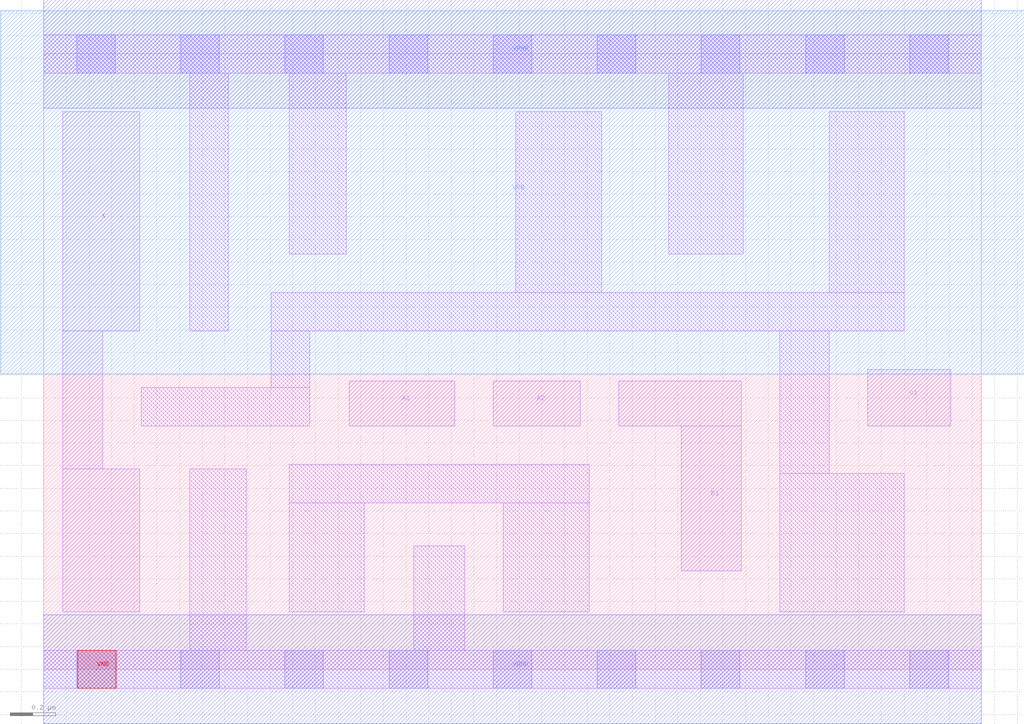
<source format=lef>
# Copyright 2020 The SkyWater PDK Authors
#
# Licensed under the Apache License, Version 2.0 (the "License");
# you may not use this file except in compliance with the License.
# You may obtain a copy of the License at
#
#     https://www.apache.org/licenses/LICENSE-2.0
#
# Unless required by applicable law or agreed to in writing, software
# distributed under the License is distributed on an "AS IS" BASIS,
# WITHOUT WARRANTIES OR CONDITIONS OF ANY KIND, either express or implied.
# See the License for the specific language governing permissions and
# limitations under the License.
#
# SPDX-License-Identifier: Apache-2.0

VERSION 5.7 ;
  NOWIREEXTENSIONATPIN ON ;
  DIVIDERCHAR "/" ;
  BUSBITCHARS "[]" ;
PROPERTYDEFINITIONS
  MACRO maskLayoutSubType STRING ;
  MACRO prCellType STRING ;
  MACRO originalViewName STRING ;
END PROPERTYDEFINITIONS
MACRO sky130_fd_sc_hdll__o211a_1
  CLASS CORE ;
  FOREIGN sky130_fd_sc_hdll__o211a_1 ;
  ORIGIN  0.000000  0.000000 ;
  SIZE  4.140000 BY  2.720000 ;
  SYMMETRY X Y R90 ;
  SITE unithd ;
  PIN A1
    ANTENNAGATEAREA  0.277500 ;
    DIRECTION INPUT ;
    USE SIGNAL ;
    PORT
      LAYER li1 ;
        RECT 1.350000 1.075000 1.815000 1.275000 ;
    END
  END A1
  PIN A2
    ANTENNAGATEAREA  0.277500 ;
    DIRECTION INPUT ;
    USE SIGNAL ;
    PORT
      LAYER li1 ;
        RECT 1.985000 1.075000 2.370000 1.275000 ;
    END
  END A2
  PIN B1
    ANTENNAGATEAREA  0.277500 ;
    DIRECTION INPUT ;
    USE SIGNAL ;
    PORT
      LAYER li1 ;
        RECT 2.540000 1.075000 3.080000 1.275000 ;
        RECT 2.815000 0.435000 3.080000 1.075000 ;
    END
  END B1
  PIN C1
    ANTENNAGATEAREA  0.277500 ;
    DIRECTION INPUT ;
    USE SIGNAL ;
    PORT
      LAYER li1 ;
        RECT 3.640000 1.075000 4.005000 1.325000 ;
    END
  END C1
  PIN VNB
    PORT
      LAYER pwell ;
        RECT 0.150000 -0.085000 0.320000 0.085000 ;
    END
  END VNB
  PIN VPB
    PORT
      LAYER nwell ;
        RECT -0.190000 1.305000 4.330000 2.910000 ;
    END
  END VPB
  PIN X
    ANTENNADIFFAREA  0.439000 ;
    DIRECTION OUTPUT ;
    USE SIGNAL ;
    PORT
      LAYER li1 ;
        RECT 0.085000 0.255000 0.425000 0.885000 ;
        RECT 0.085000 0.885000 0.260000 1.495000 ;
        RECT 0.085000 1.495000 0.425000 2.465000 ;
    END
  END X
  PIN VGND
    DIRECTION INOUT ;
    USE GROUND ;
    PORT
      LAYER met1 ;
        RECT 0.000000 -0.240000 4.140000 0.240000 ;
    END
  END VGND
  PIN VPWR
    DIRECTION INOUT ;
    USE POWER ;
    PORT
      LAYER met1 ;
        RECT 0.000000 2.480000 4.140000 2.960000 ;
    END
  END VPWR
  OBS
    LAYER li1 ;
      RECT 0.000000 -0.085000 4.140000 0.085000 ;
      RECT 0.000000  2.635000 4.140000 2.805000 ;
      RECT 0.430000  1.075000 1.175000 1.245000 ;
      RECT 0.645000  0.085000 0.895000 0.885000 ;
      RECT 0.645000  1.495000 0.815000 2.635000 ;
      RECT 1.005000  1.245000 1.175000 1.495000 ;
      RECT 1.005000  1.495000 3.800000 1.665000 ;
      RECT 1.085000  0.255000 1.415000 0.735000 ;
      RECT 1.085000  0.735000 2.410000 0.905000 ;
      RECT 1.085000  1.835000 1.335000 2.635000 ;
      RECT 1.635000  0.085000 1.860000 0.545000 ;
      RECT 2.030000  0.255000 2.410000 0.735000 ;
      RECT 2.085000  1.665000 2.465000 2.465000 ;
      RECT 2.760000  1.835000 3.090000 2.635000 ;
      RECT 3.250000  0.255000 3.800000 0.865000 ;
      RECT 3.250000  0.865000 3.470000 1.495000 ;
      RECT 3.470000  1.665000 3.800000 2.465000 ;
    LAYER mcon ;
      RECT 0.145000 -0.085000 0.315000 0.085000 ;
      RECT 0.145000  2.635000 0.315000 2.805000 ;
      RECT 0.605000 -0.085000 0.775000 0.085000 ;
      RECT 0.605000  2.635000 0.775000 2.805000 ;
      RECT 1.065000 -0.085000 1.235000 0.085000 ;
      RECT 1.065000  2.635000 1.235000 2.805000 ;
      RECT 1.525000 -0.085000 1.695000 0.085000 ;
      RECT 1.525000  2.635000 1.695000 2.805000 ;
      RECT 1.985000 -0.085000 2.155000 0.085000 ;
      RECT 1.985000  2.635000 2.155000 2.805000 ;
      RECT 2.445000 -0.085000 2.615000 0.085000 ;
      RECT 2.445000  2.635000 2.615000 2.805000 ;
      RECT 2.905000 -0.085000 3.075000 0.085000 ;
      RECT 2.905000  2.635000 3.075000 2.805000 ;
      RECT 3.365000 -0.085000 3.535000 0.085000 ;
      RECT 3.365000  2.635000 3.535000 2.805000 ;
      RECT 3.825000 -0.085000 3.995000 0.085000 ;
      RECT 3.825000  2.635000 3.995000 2.805000 ;
  END
  PROPERTY maskLayoutSubType "abstract" ;
  PROPERTY prCellType "standard" ;
  PROPERTY originalViewName "layout" ;
END sky130_fd_sc_hdll__o211a_1
END LIBRARY

</source>
